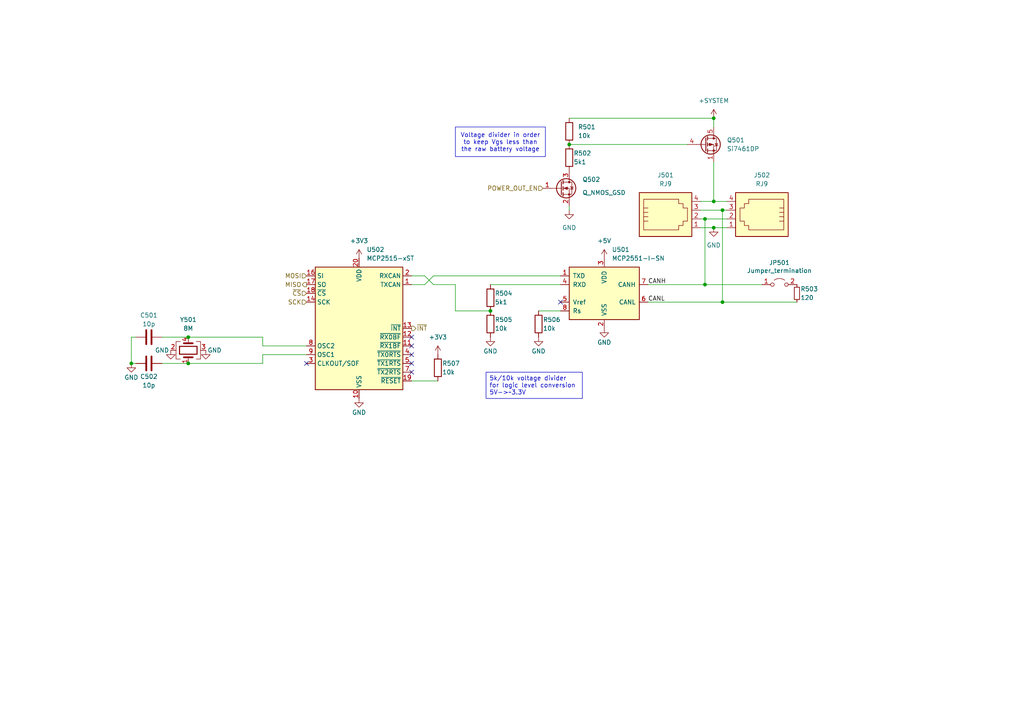
<source format=kicad_sch>
(kicad_sch (version 20231120) (generator "eeschema") (generator_version "8.0")
  (paper "A4")
  (title_block (title "CAN Bus controller + interface") (date "2024-03-01") (rev "A01") (company "Chalmers EENX16-VT24-27"))
  (lib_symbols
    (symbol "Connector:RJ10" (pin_names (offset 1.016))
      (property "Reference" "J" (at -5.08 8.89 0))
      (property "Value" "RJ10" (at 2.54 8.89 0))
      (symbol "RJ10_0_1"
        (polyline (pts (xy -6.35 -0.635) (xy -5.08 -0.635) (xy -5.08 -0.635)))
        (polyline (pts (xy -6.35 0.635) (xy -5.08 0.635) (xy -5.08 0.635)))
        (polyline (pts (xy -6.35 1.905) (xy -5.08 1.905) (xy -5.08 1.905)))
        (polyline (pts (xy -6.35 3.175) (xy -5.08 3.175) (xy -5.08 3.175)))
        (polyline (pts (xy -6.35 -3.175) (xy -6.35 5.715) (xy -1.27 5.715) (xy 3.81 5.715) (xy 3.81 4.445) (xy 5.08 4.445) (xy 5.08 3.175) (xy 6.35 3.175) (xy 6.35 -0.635) (xy 5.08 -0.635) (xy 5.08 -1.905) (xy 3.81 -1.905) (xy 3.81 -3.175) (xy -6.35 -3.175) (xy -6.35 -3.175)))
        (rectangle (start 7.62 7.62) (end -7.62 -5.08) (stroke (width 0.254)) (fill (type background)))
      )
      (symbol "RJ10_1_1"
        (pin passive line (at 10.16 -2.54 180) (length 2.54) (name "~") (number "1"))
        (pin passive line (at 10.16 0 180) (length 2.54) (name "~") (number "2"))
        (pin passive line (at 10.16 2.54 180) (length 2.54) (name "~") (number "3"))
        (pin passive line (at 10.16 5.08 180) (length 2.54) (name "~") (number "4"))
      )
    )
    (symbol "Device:C" (pin_numbers hide) (pin_names (offset 0.254))
      (property "Reference" "C" (at 0.635 2.54 0))
      (property "Value" "C" (at 0.635 -2.54 0))
      (symbol "C_0_1"
        (polyline (pts (xy -2.032 -0.762) (xy 2.032 -0.762)) (stroke (width 0.508)))
        (polyline (pts (xy -2.032 0.762) (xy 2.032 0.762)) (stroke (width 0.508)))
      )
      (symbol "C_1_1"
        (pin passive line (at 0 3.81 270) (length 2.794) (name "~") (number "1"))
        (pin passive line (at 0 -3.81 90) (length 2.794) (name "~") (number "2"))
      )
    )
    (symbol "Device:Crystal_GND23" (pin_names (offset 1.016) hide)
      (property "Reference" "Y" (at 3.175 5.08 0))
      (property "Value" "Crystal_GND23" (at 3.175 3.175 0))
      (symbol "Crystal_GND23_0_1"
        (rectangle (start -1.143 2.54) (end 1.143 -2.54) (stroke (width 0.3048)))
        (polyline (pts (xy -2.54 0) (xy -2.032 0)))
        (polyline (pts (xy -2.032 -1.27) (xy -2.032 1.27)) (stroke (width 0.508)))
        (polyline (pts (xy 0 -3.81) (xy 0 -3.556)))
        (polyline (pts (xy 0 3.556) (xy 0 3.81)))
        (polyline (pts (xy 2.032 -1.27) (xy 2.032 1.27)) (stroke (width 0.508)))
        (polyline (pts (xy 2.032 0) (xy 2.54 0)))
        (polyline (pts (xy -2.54 -2.286) (xy -2.54 -3.556) (xy 2.54 -3.556) (xy 2.54 -2.286)))
        (polyline (pts (xy -2.54 2.286) (xy -2.54 3.556) (xy 2.54 3.556) (xy 2.54 2.286)))
      )
      (symbol "Crystal_GND23_1_1"
        (pin passive line (at -3.81 0 0) (length 1.27) (name "1") (number "1"))
        (pin passive line (at 0 5.08 270) (length 1.27) (name "2") (number "2"))
        (pin passive line (at 0 -5.08 90) (length 1.27) (name "3") (number "3"))
        (pin passive line (at 3.81 0 180) (length 1.27) (name "4") (number "4"))
      )
    )
    (symbol "Device:Q_NMOS_GSD" (pin_names (offset 0) hide)
      (property "Reference" "Q" (at 5.08 1.27 0))
      (property "Value" "Q_NMOS_GSD" (at 5.08 -1.27 0))
      (symbol "Q_NMOS_GSD_0_1"
        (polyline (pts (xy 0.254 0) (xy -2.54 0)))
        (polyline (pts (xy 0.254 1.905) (xy 0.254 -1.905)) (stroke (width 0.254)))
        (polyline (pts (xy 0.762 -1.27) (xy 0.762 -2.286)) (stroke (width 0.254)))
        (polyline (pts (xy 0.762 0.508) (xy 0.762 -0.508)) (stroke (width 0.254)))
        (polyline (pts (xy 0.762 2.286) (xy 0.762 1.27)) (stroke (width 0.254)))
        (polyline (pts (xy 2.54 2.54) (xy 2.54 1.778)))
        (polyline (pts (xy 2.54 -2.54) (xy 2.54 0) (xy 0.762 0)))
        (polyline (pts (xy 0.762 -1.778) (xy 3.302 -1.778) (xy 3.302 1.778) (xy 0.762 1.778)))
        (polyline (pts (xy 1.016 0) (xy 2.032 0.381) (xy 2.032 -0.381) (xy 1.016 0)) (fill (type outline)))
        (polyline (pts (xy 2.794 0.508) (xy 2.921 0.381) (xy 3.683 0.381) (xy 3.81 0.254)))
        (polyline (pts (xy 3.302 0.381) (xy 2.921 -0.254) (xy 3.683 -0.254) (xy 3.302 0.381)))
        (circle (center 1.651 0) (radius 2.794) (stroke (width 0.254)))
        (circle (center 2.54 -1.778) (radius 0.254) (fill (type outline)))
        (circle (center 2.54 1.778) (radius 0.254) (fill (type outline)))
      )
      (symbol "Q_NMOS_GSD_1_1"
        (pin input line (at -5.08 0 0) (length 2.54) (name "G") (number "1"))
        (pin passive line (at 2.54 -5.08 90) (length 2.54) (name "S") (number "2"))
        (pin passive line (at 2.54 5.08 270) (length 2.54) (name "D") (number "3"))
      )
    )
    (symbol "Device:R" (pin_numbers hide) (pin_names (offset 0))
      (property "Reference" "R" (at 2.032 0 90))
      (property "Value" "R" (at 0 0 90))
      (symbol "R_0_1"
        (rectangle (start -1.016 -2.54) (end 1.016 2.54) (stroke (width 0.254)))
      )
      (symbol "R_1_1"
        (pin passive line (at 0 3.81 270) (length 1.27) (name "~") (number "1"))
        (pin passive line (at 0 -3.81 90) (length 1.27) (name "~") (number "2"))
      )
    )
    (symbol "Device:R_Small" (pin_numbers hide) (pin_names (offset 0.254) hide)
      (property "Reference" "R" (at 0.762 0.508 0))
      (property "Value" "R_Small" (at 0.762 -1.016 0))
      (symbol "R_Small_0_1"
        (rectangle (start -0.762 1.778) (end 0.762 -1.778) (stroke (width 0.2032)))
      )
      (symbol "R_Small_1_1"
        (pin passive line (at 0 2.54 270) (length 0.762) (name "~") (number "1"))
        (pin passive line (at 0 -2.54 90) (length 0.762) (name "~") (number "2"))
      )
    )
    (symbol "GND_1" (power) (pin_numbers hide) (pin_names (offset 0) hide)
      (property "Value" "GND" (at 0 -3.81 0))
      (symbol "GND_1_0_1"
        (polyline (pts (xy 0 0) (xy 0 -1.27) (xy 1.27 -1.27) (xy 0 -2.54) (xy -1.27 -1.27) (xy 0 -1.27)))
      )
      (symbol "GND_1_1_1"
        (pin power_in line (at 0 0 270) (length 0) (name "~") (number "1"))
      )
    )
    (symbol "Interface_CAN_LIN:MCP2515-xST"
      (property "Reference" "U" (at -10.16 19.685 0))
      (property "Value" "MCP2515-xST" (at 19.05 20.32 0))
      (symbol "MCP2515-xST_0_1"
        (rectangle (start -12.7 17.78) (end 12.7 -17.78) (stroke (width 0.254)) (fill (type background)))
      )
      (symbol "MCP2515-xST_1_1"
        (pin output line (at 15.24 12.7 180) (length 2.54) (name "TXCAN") (number "1"))
        (pin power_in line (at 0 -20.32 90) (length 2.54) (name "VSS") (number "10"))
        (pin output line (at 15.24 -5.08 180) (length 2.54) (name "~{RX1BF}") (number "11"))
        (pin output line (at 15.24 -2.54 180) (length 2.54) (name "~{RX0BF}") (number "12"))
        (pin output line (at 15.24 0 180) (length 2.54) (name "~{INT}") (number "13"))
        (pin input line (at -15.24 7.62 0) (length 2.54) (name "SCK") (number "14"))
        (pin no_connect line (at -12.7 -2.54 0) (length 2.54) hide (name "NC") (number "15"))
        (pin input line (at -15.24 15.24 0) (length 2.54) (name "SI") (number "16"))
        (pin output line (at -15.24 12.7 0) (length 2.54) (name "SO") (number "17"))
        (pin input line (at -15.24 10.16 0) (length 2.54) (name "~{CS}") (number "18"))
        (pin input line (at 15.24 -15.24 180) (length 2.54) (name "~{RESET}") (number "19"))
        (pin input line (at 15.24 15.24 180) (length 2.54) (name "RXCAN") (number "2"))
        (pin power_in line (at 0 20.32 270) (length 2.54) (name "VDD") (number "20"))
        (pin output line (at -15.24 -10.16 0) (length 2.54) (name "CLKOUT/SOF") (number "3"))
        (pin input line (at 15.24 -7.62 180) (length 2.54) (name "~{TX0RTS}") (number "4"))
        (pin input line (at 15.24 -10.16 180) (length 2.54) (name "~{TX1RTS}") (number "5"))
        (pin no_connect line (at -12.7 0 0) (length 2.54) hide (name "NC") (number "6"))
        (pin input line (at 15.24 -12.7 180) (length 2.54) (name "~{TX2RTS}") (number "7"))
        (pin output line (at -15.24 -5.08 0) (length 2.54) (name "OSC2") (number "8"))
        (pin input line (at -15.24 -7.62 0) (length 2.54) (name "OSC1") (number "9"))
      )
    )
    (symbol "Interface_CAN_LIN:MCP2551-I-SN" (pin_names (offset 1.016))
      (property "Reference" "U" (at -10.16 8.89 0))
      (property "Value" "MCP2551-I-SN" (at 2.54 8.89 0))
      (symbol "MCP2551-I-SN_0_1"
        (rectangle (start -10.16 7.62) (end 10.16 -7.62) (stroke (width 0.254)) (fill (type background)))
      )
      (symbol "MCP2551-I-SN_1_1"
        (pin input line (at -12.7 5.08 0) (length 2.54) (name "TXD") (number "1"))
        (pin power_in line (at 0 -10.16 90) (length 2.54) (name "VSS") (number "2"))
        (pin power_in line (at 0 10.16 270) (length 2.54) (name "VDD") (number "3"))
        (pin output line (at -12.7 2.54 0) (length 2.54) (name "RXD") (number "4"))
        (pin power_out line (at -12.7 -2.54 0) (length 2.54) (name "Vref") (number "5"))
        (pin bidirectional line (at 12.7 -2.54 180) (length 2.54) (name "CANL") (number "6"))
        (pin bidirectional line (at 12.7 2.54 180) (length 2.54) (name "CANH") (number "7"))
        (pin input line (at -12.7 -5.08 0) (length 2.54) (name "Rs") (number "8"))
      )
    )
    (symbol "Jumper:Jumper_2_Open" (pin_names (offset 0) hide)
      (property "Reference" "JP" (at 0 2.794 0))
      (property "Value" "Jumper_2_Open" (at 0 -2.286 0))
      (symbol "Jumper_2_Open_0_0"
        (circle (center -2.032 0) (radius 0.508))
        (circle (center 2.032 0) (radius 0.508))
      )
      (symbol "Jumper_2_Open_0_1"
        (arc (start 1.524 1.27) (mid 0 1.778) (end -1.524 1.27))
      )
      (symbol "Jumper_2_Open_1_1"
        (pin passive line (at -5.08 0 0) (length 2.54) (name "A") (number "1"))
        (pin passive line (at 5.08 0 180) (length 2.54) (name "B") (number "2"))
      )
    )
    (symbol "Transistor_FET:SiS415DNT" (pin_names hide)
      (property "Reference" "Q" (at 5.08 1.905 0))
      (property "Value" "SiS415DNT" (at 5.08 0 0))
      (symbol "SiS415DNT_0_1"
        (polyline (pts (xy 0.254 0) (xy -2.54 0)))
        (polyline (pts (xy 0.254 1.905) (xy 0.254 -1.905)) (stroke (width 0.254)))
        (polyline (pts (xy 0.762 -1.27) (xy 0.762 -2.286)) (stroke (width 0.254)))
        (polyline (pts (xy 0.762 0.508) (xy 0.762 -0.508)) (stroke (width 0.254)))
        (polyline (pts (xy 0.762 2.286) (xy 0.762 1.27)) (stroke (width 0.254)))
        (polyline (pts (xy 2.54 2.54) (xy 2.54 1.778)))
        (polyline (pts (xy 2.54 -2.54) (xy 2.54 0) (xy 0.762 0)))
        (polyline (pts (xy 0.762 1.778) (xy 3.302 1.778) (xy 3.302 -1.778) (xy 0.762 -1.778)))
        (polyline (pts (xy 2.286 0) (xy 1.27 0.381) (xy 1.27 -0.381) (xy 2.286 0)) (fill (type outline)))
        (polyline (pts (xy 2.794 -0.508) (xy 2.921 -0.381) (xy 3.683 -0.381) (xy 3.81 -0.254)))
        (polyline (pts (xy 3.302 -0.381) (xy 2.921 0.254) (xy 3.683 0.254) (xy 3.302 -0.381)))
        (circle (center 1.651 0) (radius 2.794) (stroke (width 0.254)))
        (circle (center 2.54 -1.778) (radius 0.254) (fill (type outline)))
        (circle (center 2.54 1.778) (radius 0.254) (fill (type outline)))
      )
      (symbol "SiS415DNT_1_1"
        (pin passive line (at 2.54 -5.08 90) (length 2.54) (name "S") (number "1"))
        (pin passive line (at 2.54 -5.08 90) (length 2.54) hide (name "S") (number "2"))
        (pin passive line (at 2.54 -5.08 90) (length 2.54) hide (name "S") (number "3"))
        (pin passive line (at -5.08 0 0) (length 2.54) (name "G") (number "4"))
        (pin passive line (at 2.54 5.08 270) (length 2.54) (name "D") (number "5"))
      )
    )
    (symbol "power:+3V3" (power) (pin_numbers hide) (pin_names (offset 0) hide)
      (property "Value" "+3V3" (at 0 3.556 0))
      (symbol "+3V3_0_1"
        (polyline (pts (xy -0.762 1.27) (xy 0 2.54)))
        (polyline (pts (xy 0 0) (xy 0 2.54)))
        (polyline (pts (xy 0 2.54) (xy 0.762 1.27)))
      )
      (symbol "+3V3_1_1"
        (pin power_in line (at 0 0 90) (length 0) (name "~") (number "1"))
      )
    )
    (symbol "power:+5V" (power) (pin_numbers hide) (pin_names (offset 0) hide)
      (property "Value" "+5V" (at 0 3.556 0))
      (symbol "+5V_0_1"
        (polyline (pts (xy -0.762 1.27) (xy 0 2.54)))
        (polyline (pts (xy 0 0) (xy 0 2.54)))
        (polyline (pts (xy 0 2.54) (xy 0.762 1.27)))
      )
      (symbol "+5V_1_1"
        (pin power_in line (at 0 0 90) (length 0) (name "~") (number "1"))
      )
    )
    (symbol "power:+BATT" (power) (pin_numbers hide) (pin_names (offset 0) hide)
      (property "Value" "+BATT" (at 0 3.556 0))
      (symbol "+BATT_0_1"
        (polyline (pts (xy -0.762 1.27) (xy 0 2.54)))
        (polyline (pts (xy 0 0) (xy 0 2.54)))
        (polyline (pts (xy 0 2.54) (xy 0.762 1.27)))
      )
      (symbol "+BATT_1_1"
        (pin power_in line (at 0 0 90) (length 0) (name "~") (number "1"))
      )
    )
    (symbol "power:GND" (power) (pin_names (offset 0))
      (property "Value" "GND" (at 0 -3.81 0))
      (symbol "GND_0_1"
        (polyline (pts (xy 0 0) (xy 0 -1.27) (xy 1.27 -1.27) (xy 0 -2.54) (xy -1.27 -1.27) (xy 0 -1.27)))
      )
      (symbol "GND_1_1"
        (pin power_in line (at 0 0 270) (length 0) hide (name "GND") (number "1"))
      )
    )
  )
  (junction (at 54.61 97.79))
  (junction (at 207.01 58.42))
  (junction (at 209.55 60.96))
  (junction (at 207.01 66.04))
  (junction (at 204.47 63.5))
  (junction (at 165.1 41.91))
  (junction (at 209.55 87.63))
  (junction (at 204.47 82.55))
  (junction (at 142.24 90.17))
  (junction (at 38.1 105.41))
  (junction (at 54.61 105.41))
  (junction (at 207.01 34.29))
  (no_connect (at 119.38 100.33))
  (no_connect (at 88.9 105.41))
  (no_connect (at 119.38 107.95))
  (no_connect (at 119.38 105.41))
  (no_connect (at 162.56 87.63))
  (no_connect (at 119.38 97.79))
  (no_connect (at 119.38 102.87))
  (wire (pts (xy 76.2 105.41) (xy 54.61 105.41)))
  (wire (pts (xy 209.55 60.96) (xy 210.82 60.96)))
  (wire (pts (xy 209.55 87.63) (xy 209.55 60.96)))
  (wire (pts (xy 125.73 82.55) (xy 132.08 82.55)))
  (wire (pts (xy 203.2 66.04) (xy 207.01 66.04)))
  (wire (pts (xy 119.38 82.55) (xy 123.19 82.55)))
  (wire (pts (xy 203.2 60.96) (xy 209.55 60.96)))
  (wire (pts (xy 187.96 87.63) (xy 209.55 87.63)))
  (wire (pts (xy 165.1 34.29) (xy 207.01 34.29)))
  (wire (pts (xy 76.2 102.87) (xy 88.9 102.87)))
  (wire (pts (xy 119.38 80.01) (xy 123.19 80.01)))
  (wire (pts (xy 203.2 58.42) (xy 207.01 58.42)))
  (wire (pts (xy 46.99 97.79) (xy 54.61 97.79)))
  (wire (pts (xy 204.47 63.5) (xy 210.82 63.5)))
  (wire (pts (xy 156.21 90.17) (xy 162.56 90.17)))
  (wire (pts (xy 132.08 82.55) (xy 132.08 90.17)))
  (wire (pts (xy 46.99 105.41) (xy 54.61 105.41)))
  (wire (pts (xy 76.2 100.33) (xy 76.2 97.79)))
  (wire (pts (xy 125.73 80.01) (xy 162.56 80.01)))
  (wire (pts (xy 123.19 82.55) (xy 125.73 80.01)))
  (wire (pts (xy 209.55 87.63) (xy 231.14 87.63)))
  (wire (pts (xy 119.38 110.49) (xy 127 110.49)))
  (wire (pts (xy 220.98 82.55) (xy 204.47 82.55)))
  (wire (pts (xy 38.1 105.41) (xy 38.1 97.79)))
  (wire (pts (xy 39.37 105.41) (xy 38.1 105.41)))
  (wire (pts (xy 165.1 41.91) (xy 199.39 41.91)))
  (wire (pts (xy 123.19 80.01) (xy 125.73 82.55)))
  (wire (pts (xy 76.2 100.33) (xy 88.9 100.33)))
  (wire (pts (xy 38.1 97.79) (xy 39.37 97.79)))
  (wire (pts (xy 203.2 63.5) (xy 204.47 63.5)))
  (wire (pts (xy 132.08 90.17) (xy 142.24 90.17)))
  (wire (pts (xy 187.96 82.55) (xy 204.47 82.55)))
  (wire (pts (xy 142.24 82.55) (xy 162.56 82.55)))
  (wire (pts (xy 207.01 36.83) (xy 207.01 34.29)))
  (wire (pts (xy 165.1 59.69) (xy 165.1 60.96)))
  (wire (pts (xy 207.01 46.99) (xy 207.01 58.42)))
  (wire (pts (xy 204.47 63.5) (xy 204.47 82.55)))
  (wire (pts (xy 207.01 66.04) (xy 210.82 66.04)))
  (wire (pts (xy 76.2 102.87) (xy 76.2 105.41)))
  (wire (pts (xy 76.2 97.79) (xy 54.61 97.79)))
  (wire (pts (xy 207.01 58.42) (xy 210.82 58.42)))
  (text_box "Voltage divider in order to keep Vgs less than the raw battery voltage" (at 132.08 36.83 0) (size 26.1064 8.5781) (effects (font (size 1.27 1.27))))
  (text_box "5k/10k voltage divider\nfor logic level conversion\n5V->~3.3V" (at 140.97 107.95 0) (size 27.94 7.62) (effects (font (size 1.27 1.27)) (justify left top)))
  (label "CANH" (at 187.96 82.55 0))
  (label "CANL" (at 187.96 87.63 0))
  (hierarchical_label "MOSI" (shape input) (at 88.9 80.01 180))
  (hierarchical_label "SCK" (shape input) (at 88.9 87.63 180))
  (hierarchical_label "~{INT}" (shape output) (at 119.38 95.25 0))
  (hierarchical_label "~{CS}" (shape input) (at 88.9 85.09 180))
  (hierarchical_label "MISO" (shape output) (at 88.9 82.55 180))
  (hierarchical_label "POWER_OUT_EN" (shape input) (at 157.48 54.61 180))
  (symbol (lib_id "Jumper:Jumper_2_Open") (at 226.06 82.55 0) (unit 1)
    (property "Reference" "JP501" (at 226.06 76.2 0))
    (property "Value" "Jumper_termination" (at 226.06 78.486 0))
    (property "Footprint" "Connector_PinHeader_2.54mm:PinHeader_1x02_P2.54mm_Vertical" (effects (hide yes)))
    (property "Datasheet" "X" (effects (hide yes)))
    (property "Description" "Jumper, 2-pole, open" (effects (hide yes)))
    (property "ETA" "ETA" (effects (hide yes)))
  )
  (symbol (lib_id "Device:R") (at 142.24 93.98 0) (unit 1)
    (property "Reference" "R505" (at 143.51 92.71 0) (effects (justify left)))
    (property "Value" "10k" (at 143.51 95.25 0) (effects (justify left)))
    (property "Footprint" "Resistor_SMD:R_0402_1005Metric" (effects (hide yes)))
    (property "Datasheet" "https://www.vishay.com/doc?28773" (effects (hide yes)))
    (property "Description" "Resistor" (effects (hide yes)))
    (property "mouser" "71-CRCW040210K0JNEDC" (effects (hide yes)))
  )
  (symbol (lib_id "Device:R") (at 142.24 86.36 0) (unit 1)
    (property "Reference" "R504" (at 143.51 85.09 0) (effects (justify left)))
    (property "Value" "5k1" (at 143.51 87.63 0) (effects (justify left)))
    (property "Footprint" "Resistor_SMD:R_0402_1005Metric" (effects (hide yes)))
    (property "Datasheet" "https://www.vishay.com/doc?20035" (effects (hide yes)))
    (property "Description" "Resistor" (effects (hide yes)))
    (property "mouser" "71-CRCW0402-5.1K-E3" (effects (hide yes)))
  )
  (symbol (lib_id "power:GND") (at 49.53 101.6 0) (unit 1)
    (property "Reference" "#PWR0509" (effects (hide yes)))
    (property "Value" "GND" (at 46.99 101.6 0))
  )
  (symbol (lib_id "power:GND") (at 175.26 95.25 0) (unit 1)
    (property "Reference" "#PWR0506" (effects (hide yes)))
    (property "Value" "GND" (at 175.26 99.314 0))
  )
  (symbol (lib_id "power:GND") (at 156.21 97.79 0) (unit 1)
    (property "Reference" "#PWR0508" (effects (hide yes)))
    (property "Value" "GND" (at 156.21 101.854 0))
  )
  (symbol (lib_id "power:GND") (at 59.69 101.6 0) (unit 1)
    (property "Reference" "#PWR0510" (effects (hide yes)))
    (property "Value" "GND" (at 62.23 101.6 0))
  )
  (symbol (lib_id "Transistor_FET:SiS415DNT") (at 204.47 41.91 0) (unit 1)
    (property "Reference" "Q501" (at 210.82 40.6399 0) (effects (justify left)))
    (property "Value" "Si7461DP" (at 210.82 43.1799 0) (effects (justify left)))
    (property "Footprint" "Package_SO:Vishay_PowerPAK_1212-8_Single" (effects (hide yes)))
    (property "Datasheet" "https://www.vishay.com/docs/63684/sis415dnt.pdf" (effects (hide yes)))
    (property "Description" "-35A Id, -20V Vds, P-Channel MOSFET, PowerPAK 1212-8 Single" (effects (hide yes)))
    (property "mouser" "781-SI7461DP-T1-E3" (effects (hide yes)))
  )
  (symbol (lib_id "Interface_CAN_LIN:MCP2515-xST") (at 104.14 95.25 0) (unit 1)
    (property "Reference" "U502" (at 106.3341 72.39 0) (effects (justify left)))
    (property "Value" "MCP2515-xST" (at 106.3341 74.93 0) (effects (justify left)))
    (property "Footprint" "Package_SO:TSSOP-20_4.4x6.5mm_P0.65mm" (effects (hide yes)))
    (property "Datasheet" "http://ww1.microchip.com/downloads/en/DeviceDoc/21801e.pdf" (effects (hide yes)))
    (property "ETA" "ETA" (effects (hide yes)))
  )
  (symbol (lib_id "Device:Crystal_GND23") (at 54.61 101.6 90) (unit 1)
    (property "Reference" "Y501" (at 54.61 92.71 90))
    (property "Value" "8M" (at 54.61 95.25 90))
    (property "Footprint" "Crystal:Crystal_SMD_Abracon_ABM3B-4Pin_5.0x3.2mm" (effects (hide yes)))
    (property "Datasheet" "https://www.mouser.se/datasheet/2/3/abm3b-1774998.pdf" (effects (hide yes)))
    (property "mouser" "815-ABM3B8MHZ101UT" (effects (hide yes)))
  )
  (symbol (lib_id "power:GND") (at 142.24 97.79 0) (unit 1)
    (property "Reference" "#PWR0507" (effects (hide yes)))
    (property "Value" "GND" (at 142.24 101.854 0))
  )
  (symbol (lib_id "power:+3V3") (at 104.14 74.93 0) (unit 1)
    (property "Reference" "#PWR0504" (effects (hide yes)))
    (property "Value" "+3V3" (at 104.14 69.85 0))
    (property "Description" "Power symbol creates a global label with name \"+3V3\"" (effects (hide yes)))
  )
  (symbol (lib_id "Device:C") (at 43.18 97.79 90) (unit 1)
    (property "Reference" "C501" (at 43.18 91.44 90))
    (property "Value" "10p" (at 43.18 93.98 90))
    (property "Footprint" "Capacitor_SMD:C_0402_1005Metric" (effects (hide yes)))
    (property "Datasheet" "https://eu.mouser.com/datasheet/2/281/1/GRT1555C2A100JA02_01A-3157828.pdf" (effects (hide yes)))
    (property "mouser" "81-GRT1555C2A100JA2J" (effects (hide yes)))
  )
  (symbol (lib_id "Device:C") (at 43.18 105.41 90) (unit 1)
    (property "Reference" "C502" (at 43.18 109.22 90))
    (property "Value" "10p" (at 43.18 111.76 90))
    (property "Footprint" "Capacitor_SMD:C_0402_1005Metric" (effects (hide yes)))
    (property "Datasheet" "https://eu.mouser.com/datasheet/2/281/1/GRT1555C2A100JA02_01A-3157828.pdf" (effects (hide yes)))
    (property "mouser" "81-GRT1555C2A100JA2J" (effects (hide yes)))
  )
  (symbol (lib_id "Device:R") (at 127 106.68 0) (unit 1)
    (property "Reference" "R507" (at 128.27 105.41 0) (effects (justify left)))
    (property "Value" "10k" (at 128.27 107.95 0) (effects (justify left)))
    (property "Footprint" "Resistor_SMD:R_0402_1005Metric" (effects (hide yes)))
    (property "Datasheet" "https://www.vishay.com/doc?28773" (effects (hide yes)))
    (property "Description" "Resistor" (effects (hide yes)))
    (property "mouser" "71-CRCW040210K0JNEDC" (effects (hide yes)))
  )
  (symbol (lib_id "power:GND") (at 207.01 66.04 0) (unit 1)
    (property "Reference" "#PWR0503" (effects (hide yes)))
    (property "Value" "GND" (at 207.01 71.12 0))
  )
  (symbol (lib_id "power:GND") (at 38.1 105.41 0) (unit 1)
    (property "Reference" "#PWR0512" (effects (hide yes)))
    (property "Value" "GND" (at 38.1 109.474 0))
  )
  (symbol (lib_id "Device:R") (at 165.1 38.1 0) (unit 1)
    (property "Reference" "R501" (at 167.64 36.8299 0) (effects (justify left)))
    (property "Value" "10k" (at 167.64 39.3699 0) (effects (justify left)))
    (property "Footprint" "Resistor_SMD:R_0402_1005Metric" (effects (hide yes)))
    (property "Datasheet" "https://www.vishay.com/doc?28773" (effects (hide yes)))
    (property "Description" "Resistor" (effects (hide yes)))
    (property "mouser" "71-CRCW040210K0JNEDC" (effects (hide yes)))
  )
  (symbol (lib_id "power:+BATT") (at 207.01 34.29 0) (unit 1)
    (property "Reference" "#PWR0501" (effects (hide yes)))
    (property "Value" "+SYSTEM" (at 207.01 29.21 0))
    (property "Description" "Power symbol creates a global label with name \"+BATT\"" (effects (hide yes)))
  )
  (symbol (lib_id "power:+5V") (at 175.26 74.93 0) (unit 1)
    (property "Reference" "#PWR0505" (effects (hide yes)))
    (property "Value" "+5V" (at 175.26 69.85 0))
    (property "Description" "Power symbol creates a global label with name \"+5V\"" (effects (hide yes)))
  )
  (symbol (lib_id "Device:R_Small") (at 231.14 85.09 0) (unit 1)
    (property "Reference" "R503" (at 232.156 83.82 0) (effects (justify left)))
    (property "Value" "120" (at 232.156 86.36 0) (effects (justify left)))
    (property "Footprint" "Resistor_SMD:R_0402_1005Metric" (effects (hide yes)))
    (property "Datasheet" "https://www.vishay.com/doc?20035" (effects (hide yes)))
    (property "mouser" " 71-CRCW0402120RFKED" (effects (hide yes)))
  )
  (symbol (lib_id "Interface_CAN_LIN:MCP2551-I-SN") (at 175.26 85.09 0) (unit 1)
    (property "Reference" "U501" (at 177.4541 72.39 0) (effects (justify left)))
    (property "Value" "MCP2551-I-SN" (at 177.4541 74.93 0) (effects (justify left)))
    (property "Footprint" "Package_SO:SOIC-8_3.9x4.9mm_P1.27mm" (effects (hide yes)))
    (property "Datasheet" "http://ww1.microchip.com/downloads/en/devicedoc/21667d.pdf" (effects (hide yes)))
    (property "Description" "High-Speed CAN Transceiver, 1Mbps, 5V supply, SOIC-8" (effects (hide yes)))
    (property "ETA" "ETA" (effects (hide yes)))
  )
  (symbol (lib_id "power:GND") (at 104.14 115.57 0) (unit 1)
    (property "Reference" "#PWR0513" (effects (hide yes)))
    (property "Value" "GND" (at 104.14 119.634 0))
  )
  (symbol (lib_id "Device:R") (at 165.1 45.72 0) (unit 1)
    (property "Reference" "R502" (at 166.37 44.45 0) (effects (justify left)))
    (property "Value" "5k1" (at 166.37 46.99 0) (effects (justify left)))
    (property "Footprint" "Resistor_SMD:R_0402_1005Metric" (effects (hide yes)))
    (property "Datasheet" "https://www.vishay.com/doc?20035" (effects (hide yes)))
    (property "Description" "Resistor" (effects (hide yes)))
    (property "mouser" "71-CRCW0402-5.1K-E3" (effects (hide yes)))
  )
  (symbol (lib_id "Device:Q_NMOS_GSD") (at 162.56 54.61 0) (unit 1) (in_bom no)
    (property "Reference" "Q502" (at 168.91 52.07 0) (effects (justify left)))
    (property "Value" "Q_NMOS_GSD" (at 168.91 55.88 0) (effects (justify left)))
    (property "Footprint" "Package_TO_SOT_SMD:SOT-23-3" (effects (hide yes)))
    (property "Datasheet" "ETA-NMOS" (effects (hide yes)))
    (property "Description" "ETA-NMOS" (effects (hide yes)))
    (property "ETA" "ETA" (effects (hide yes)))
  )
  (symbol (lib_id "Connector:RJ10") (at 193.04 63.5 0) (unit 1)
    (property "Reference" "J501" (at 193.04 50.8 0))
    (property "Value" "RJ9" (at 193.04 53.34 0))
    (property "Footprint" "Connector_RJ:RJ9_Evercom_5301-440xxx_Horizontal" (effects (hide yes)))
    (property "Datasheet" "X" (effects (hide yes)))
    (property "mouser" "649-61835-0441LF" (effects (hide yes)))
  )
  (symbol (lib_name "GND_1") (lib_id "power:GND") (at 165.1 60.96 0) (unit 1)
    (property "Reference" "#PWR0502" (effects (hide yes)))
    (property "Value" "GND" (at 165.1 66.04 0))
    (property "Description" "Power symbol creates a global label with name \"GND\" , ground" (effects (hide yes)))
  )
  (symbol (lib_id "Connector:RJ10") (at 220.98 63.5 0) (mirror y) (unit 1)
    (property "Reference" "J502" (at 220.98 50.8 0))
    (property "Value" "RJ9" (at 220.98 53.34 0))
    (property "Footprint" "Connector_RJ:RJ9_Evercom_5301-440xxx_Horizontal" (effects (hide yes)))
    (property "Datasheet" "X" (effects (hide yes)))
    (property "mouser" "649-61835-0441LF" (effects (hide yes)))
  )
  (symbol (lib_id "Device:R") (at 156.21 93.98 0) (unit 1)
    (property "Reference" "R506" (at 157.48 92.71 0) (effects (justify left)))
    (property "Value" "10k" (at 157.48 95.25 0) (effects (justify left)))
    (property "Footprint" "Resistor_SMD:R_0402_1005Metric" (effects (hide yes)))
    (property "Datasheet" "https://www.vishay.com/doc?28773" (effects (hide yes)))
    (property "Description" "Resistor" (effects (hide yes)))
    (property "mouser" "71-CRCW040210K0JNEDC" (effects (hide yes)))
  )
  (symbol (lib_id "power:+3V3") (at 127 102.87 0) (unit 1)
    (property "Reference" "#PWR0511" (effects (hide yes)))
    (property "Value" "+3V3" (at 127 97.79 0))
    (property "Description" "Power symbol creates a global label with name \"+3V3\"" (effects (hide yes)))
  )
)
</source>
